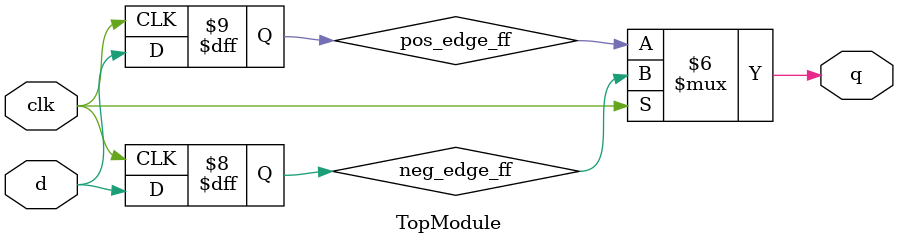
<source format=sv>

module TopModule (
  input clk,
  input d,
  output reg q
);

  // Internal signals for each edge-triggered flip-flop
  reg pos_edge_ff;
  reg neg_edge_ff;

  always @(posedge clk) begin
    pos_edge_ff <= d; // Capture the data on positive clock edge
  end

  always @(negedge clk) begin
    neg_edge_ff <= d; // Capture the data on negative clock edge
  end

  // Combine outputs of both flip-flops to mimic dual-edge behavior
  always @(*) begin
    if (clk == 1'b0) begin
      q = pos_edge_ff; // Use pos_edge_ff value when clock is low
    end else begin
      q = neg_edge_ff; // Use neg_edge_ff value when clock is high
    end
  end

endmodule

// VERILOG-EVAL: errant inclusion of module definition

</source>
